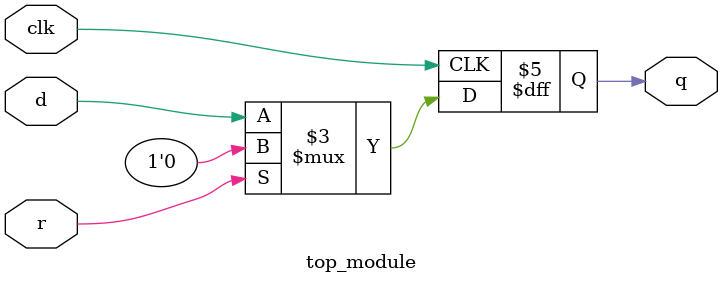
<source format=sv>
module top_module (
    input clk,
    input d,
    input r,
    output logic q
);

always_ff @(posedge clk) begin
    if (r) begin
        q <= 1'b0;
    end
    else begin
        q <= d;
    end
end

endmodule

</source>
